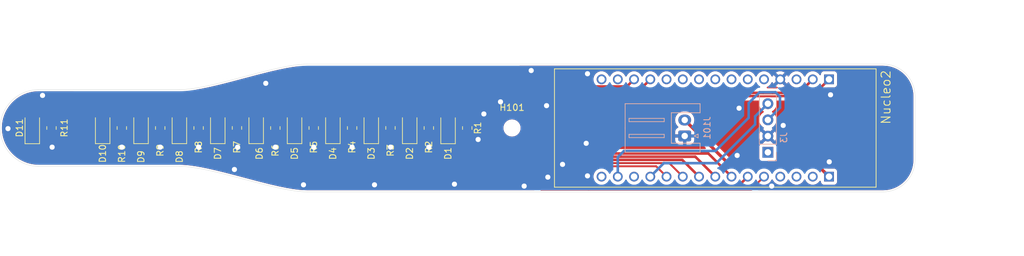
<source format=kicad_pcb>
(kicad_pcb (version 20241229) (generator "pcbnew") (generator_version "9.0")
  (layers (0 "F.Cu" signal) (2 "B.Cu" signal) (13 "F.Paste" user) (15 "B.Paste" user) (5 "F.SilkS" user "F.Silkscreen") (7 "B.SilkS" user "B.Silkscreen") (1 "F.Mask" user) (3 "B.Mask" user) (25 "Edge.Cuts" user))
  (net 0 "")
  (net 1 "Net-(D1-A)")
  (net 2 "GND")
  (net 3 "Net-(D2-A)")
  (net 4 "Net-(D3-A)")
  (net 5 "Net-(D4-A)")
  (net 6 "Net-(D5-A)")
  (net 7 "Net-(D6-A)")
  (net 8 "Net-(D7-A)")
  (net 9 "Net-(D8-A)")
  (net 10 "Net-(D9-A)")
  (net 11 "Net-(D10-A)")
  (net 12 "Net-(D11-A)")
  (net 13 "LED 1")
  (net 14 "LED 2")
  (net 15 "LED 3")
  (net 16 "LED 4")
  (net 17 "LED 5")
  (net 18 "LED 6")
  (net 19 "LED 7")
  (net 20 "LED 8")
  (net 21 "LED 9")
  (net 22 "LED 10")
  (net 23 "LED 11")
  (net 25 "DO")
  (net 26 "Alim Hall")
  (net 41 "+7.5V")
  (footprint "LED_SMD:LED_1206_3216Metric_Pad1.42x1.75mm_HandSolder" (layer "F.Cu") (at 114 69.9875 90)
    (property "Reference" "D2" (at -4.0125 0 90) (layer "F.SilkS"))
    (property "Value" "LED")
    (fp_line (start 1.6 -1.135) (end -2.46 -1.135) (stroke (width 0.12)) (layer "F.SilkS"))
    (fp_line (start -2.46 -1.135) (end -2.46 1.135) (stroke (width 0.12)) (layer "F.SilkS"))
    (fp_line (start -2.46 1.135) (end 1.6 1.135) (stroke (width 0.12)) (layer "F.SilkS"))
    (pad "1" smd roundrect (at -1.4875 0 90) (size 1.425 1.75) (layers "F.Cu" "F.Mask" "F.Paste") (roundrect_rratio 0.175439) (net 2 "GND"))
    (pad "2" smd roundrect (at 1.4875 0 90) (size 1.425 1.75) (layers "F.Cu" "F.Mask" "F.Paste") (roundrect_rratio 0.175439) (net 3 "Net-(D2-A)"))
  )
  (footprint "LED_SMD:LED_1206_3216Metric_Pad1.42x1.75mm_HandSolder" (layer "F.Cu") (at 102 69.9875 90)
    (property "Reference" "D4" (at -4.0125 0 90) (layer "F.SilkS"))
    (property "Value" "LED")
    (fp_line (start 1.6 -1.135) (end -2.46 -1.135) (stroke (width 0.12)) (layer "F.SilkS"))
    (fp_line (start -2.46 -1.135) (end -2.46 1.135) (stroke (width 0.12)) (layer "F.SilkS"))
    (fp_line (start -2.46 1.135) (end 1.6 1.135) (stroke (width 0.12)) (layer "F.SilkS"))
    (pad "1" smd roundrect (at -1.4875 0 90) (size 1.425 1.75) (layers "F.Cu" "F.Mask" "F.Paste") (roundrect_rratio 0.175439) (net 2 "GND"))
    (pad "2" smd roundrect (at 1.4875 0 90) (size 1.425 1.75) (layers "F.Cu" "F.Mask" "F.Paste") (roundrect_rratio 0.175439) (net 5 "Net-(D4-A)"))
  )
  (footprint "LED_SMD:LED_1206_3216Metric_Pad1.42x1.75mm_HandSolder" (layer "F.Cu") (at 66 69.9875 90)
    (property "Reference" "D10" (at -4.0125 0 90) (layer "F.SilkS"))
    (property "Value" "LED")
    (fp_line (start 1.6 -1.135) (end -2.46 -1.135) (stroke (width 0.12)) (layer "F.SilkS"))
    (fp_line (start -2.46 -1.135) (end -2.46 1.135) (stroke (width 0.12)) (layer "F.SilkS"))
    (fp_line (start -2.46 1.135) (end 1.6 1.135) (stroke (width 0.12)) (layer "F.SilkS"))
    (pad "1" smd roundrect (at -1.4875 0 90) (size 1.425 1.75) (layers "F.Cu" "F.Mask" "F.Paste") (roundrect_rratio 0.175439) (net 2 "GND"))
    (pad "2" smd roundrect (at 1.4875 0 90) (size 1.425 1.75) (layers "F.Cu" "F.Mask" "F.Paste") (roundrect_rratio 0.175439) (net 11 "Net-(D10-A)"))
  )
  (footprint "LED_SMD:LED_1206_3216Metric_Pad1.42x1.75mm_HandSolder" (layer "F.Cu") (at 84 69.9875 90)
    (property "Reference" "D7" (at -4.0125 0 90) (layer "F.SilkS"))
    (property "Value" "LED")
    (fp_line (start 1.6 -1.135) (end -2.46 -1.135) (stroke (width 0.12)) (layer "F.SilkS"))
    (fp_line (start -2.46 -1.135) (end -2.46 1.135) (stroke (width 0.12)) (layer "F.SilkS"))
    (fp_line (start -2.46 1.135) (end 1.6 1.135) (stroke (width 0.12)) (layer "F.SilkS"))
    (pad "1" smd roundrect (at -1.4875 0 90) (size 1.425 1.75) (layers "F.Cu" "F.Mask" "F.Paste") (roundrect_rratio 0.175439) (net 2 "GND"))
    (pad "2" smd roundrect (at 1.4875 0 90) (size 1.425 1.75) (layers "F.Cu" "F.Mask" "F.Paste") (roundrect_rratio 0.175439) (net 8 "Net-(D7-A)"))
  )
  (footprint "LED_SMD:LED_1206_3216Metric_Pad1.42x1.75mm_HandSolder" (layer "F.Cu") (at 78 69.9875 90)
    (property "Reference" "D8" (at -4.5125 0 90) (layer "F.SilkS"))
    (property "Value" "LED")
    (fp_line (start 1.6 -1.135) (end -2.46 -1.135) (stroke (width 0.12)) (layer "F.SilkS"))
    (fp_line (start -2.46 -1.135) (end -2.46 1.135) (stroke (width 0.12)) (layer "F.SilkS"))
    (fp_line (start -2.46 1.135) (end 1.6 1.135) (stroke (width 0.12)) (layer "F.SilkS"))
    (pad "1" smd roundrect (at -1.4875 0 90) (size 1.425 1.75) (layers "F.Cu" "F.Mask" "F.Paste") (roundrect_rratio 0.175439) (net 2 "GND"))
    (pad "2" smd roundrect (at 1.4875 0 90) (size 1.425 1.75) (layers "F.Cu" "F.Mask" "F.Paste") (roundrect_rratio 0.175439) (net 9 "Net-(D8-A)"))
  )
  (footprint "LED_SMD:LED_1206_3216Metric_Pad1.42x1.75mm_HandSolder" (layer "F.Cu") (at 120 70 90)
    (property "Reference" "D1" (at -4 0 90) (layer "F.SilkS"))
    (property "Value" "LED")
    (fp_line (start 1.6 -1.135) (end -2.46 -1.135) (stroke (width 0.12)) (layer "F.SilkS"))
    (fp_line (start -2.46 -1.135) (end -2.46 1.135) (stroke (width 0.12)) (layer "F.SilkS"))
    (fp_line (start -2.46 1.135) (end 1.6 1.135) (stroke (width 0.12)) (layer "F.SilkS"))
    (pad "1" smd roundrect (at -1.4875 0 90) (size 1.425 1.75) (layers "F.Cu" "F.Mask" "F.Paste") (roundrect_rratio 0.175439) (net 2 "GND"))
    (pad "2" smd roundrect (at 1.4875 0 90) (size 1.425 1.75) (layers "F.Cu" "F.Mask" "F.Paste") (roundrect_rratio 0.175439) (net 1 "Net-(D1-A)"))
  )
  (footprint "Resistor_SMD:R_0805_2012Metric_Pad1.20x1.40mm_HandSolder" (layer "F.Cu") (at 69 70 -90)
    (property "Reference" "R10" (at 4 0 90) (layer "F.SilkS"))
    (property "Value" "220")
    (fp_line (start -0.227064 0.735) (end 0.227064 0.735) (stroke (width 0.12)) (layer "F.SilkS"))
    (fp_line (start -0.227064 -0.735) (end 0.227064 -0.735) (stroke (width 0.12)) (layer "F.SilkS"))
    (pad "1" smd roundrect (at -1 0 270) (size 1.2 1.4) (layers "F.Cu" "F.Mask" "F.Paste") (roundrect_rratio 0.208333) (net 22 "LED 10"))
    (pad "2" smd roundrect (at 1 0 270) (size 1.2 1.4) (layers "F.Cu" "F.Mask" "F.Paste") (roundrect_rratio 0.208333) (net 11 "Net-(D10-A)"))
  )
  (footprint "LED_SMD:LED_1206_3216Metric_Pad1.42x1.75mm_HandSolder" (layer "F.Cu") (at 108 69.9875 90)
    (property "Reference" "D3" (at -4.0125 0 90) (layer "F.SilkS"))
    (property "Value" "LED")
    (fp_line (start 1.6 -1.135) (end -2.46 -1.135) (stroke (width 0.12)) (layer "F.SilkS"))
    (fp_line (start -2.46 -1.135) (end -2.46 1.135) (stroke (width 0.12)) (layer "F.SilkS"))
    (fp_line (start -2.46 1.135) (end 1.6 1.135) (stroke (width 0.12)) (layer "F.SilkS"))
    (pad "1" smd roundrect (at -1.4875 0 90) (size 1.425 1.75) (layers "F.Cu" "F.Mask" "F.Paste") (roundrect_rratio 0.175439) (net 2 "GND"))
    (pad "2" smd roundrect (at 1.4875 0 90) (size 1.425 1.75) (layers "F.Cu" "F.Mask" "F.Paste") (roundrect_rratio 0.175439) (net 4 "Net-(D3-A)"))
  )
  (footprint "Resistor_SMD:R_0805_2012Metric_Pad1.20x1.40mm_HandSolder" (layer "F.Cu") (at 99 70 -90)
    (property "Reference" "R5" (at 3 0 90) (layer "F.SilkS"))
    (property "Value" "220")
    (fp_line (start -0.227064 0.735) (end 0.227064 0.735) (stroke (width 0.12)) (layer "F.SilkS"))
    (fp_line (start -0.227064 -0.735) (end 0.227064 -0.735) (stroke (width 0.12)) (layer "F.SilkS"))
    (pad "1" smd roundrect (at -1 0 270) (size 1.2 1.4) (layers "F.Cu" "F.Mask" "F.Paste") (roundrect_rratio 0.208333) (net 17 "LED 5"))
    (pad "2" smd roundrect (at 1 0 270) (size 1.2 1.4) (layers "F.Cu" "F.Mask" "F.Paste") (roundrect_rratio 0.208333) (net 6 "Net-(D5-A)"))
  )
  (footprint "Resistor_SMD:R_0805_2012Metric_Pad1.20x1.40mm_HandSolder" (layer "F.Cu") (at 93 70 -90)
    (property "Reference" "R6" (at 3.5 0 90) (layer "F.SilkS"))
    (property "Value" "220")
    (fp_line (start -0.227064 0.735) (end 0.227064 0.735) (stroke (width 0.12)) (layer "F.SilkS"))
    (fp_line (start -0.227064 -0.735) (end 0.227064 -0.735) (stroke (width 0.12)) (layer "F.SilkS"))
    (pad "1" smd roundrect (at -1 0 270) (size 1.2 1.4) (layers "F.Cu" "F.Mask" "F.Paste") (roundrect_rratio 0.208333) (net 18 "LED 6"))
    (pad "2" smd roundrect (at 1 0 270) (size 1.2 1.4) (layers "F.Cu" "F.Mask" "F.Paste") (roundrect_rratio 0.208333) (net 7 "Net-(D6-A)"))
  )
  (footprint "Resistor_SMD:R_0805_2012Metric_Pad1.20x1.40mm_HandSolder" (layer "F.Cu") (at 123 70 -90)
    (property "Reference" "R1" (at 0 -1.65 90) (layer "F.SilkS"))
    (property "Value" "220")
    (fp_line (start -0.227064 0.735) (end 0.227064 0.735) (stroke (width 0.12)) (layer "F.SilkS"))
    (fp_line (start -0.227064 -0.735) (end 0.227064 -0.735) (stroke (width 0.12)) (layer "F.SilkS"))
    (pad "1" smd roundrect (at -1 0 270) (size 1.2 1.4) (layers "F.Cu" "F.Mask" "F.Paste") (roundrect_rratio 0.208333) (net 13 "LED 1"))
    (pad "2" smd roundrect (at 1 0 270) (size 1.2 1.4) (layers "F.Cu" "F.Mask" "F.Paste") (roundrect_rratio 0.208333) (net 1 "Net-(D1-A)"))
  )
  (footprint "Resistor_SMD:R_0805_2012Metric_Pad1.20x1.40mm_HandSolder" (layer "F.Cu") (at 58 70 -90)
    (property "Reference" "R11" (at 0 -2 90) (layer "F.SilkS"))
    (property "Value" "220")
    (fp_line (start -0.227064 0.735) (end 0.227064 0.735) (stroke (width 0.12)) (layer "F.SilkS"))
    (fp_line (start -0.227064 -0.735) (end 0.227064 -0.735) (stroke (width 0.12)) (layer "F.SilkS"))
    (pad "1" smd roundrect (at -1 0 270) (size 1.2 1.4) (layers "F.Cu" "F.Mask" "F.Paste") (roundrect_rratio 0.208333) (net 23 "LED 11"))
    (pad "2" smd roundrect (at 1 0 270) (size 1.2 1.4) (layers "F.Cu" "F.Mask" "F.Paste") (roundrect_rratio 0.208333) (net 12 "Net-(D11-A)"))
  )
  (footprint "Resistor_SMD:R_0805_2012Metric_Pad1.20x1.40mm_HandSolder" (layer "F.Cu") (at 105 70 -90)
    (property "Reference" "R4" (at 3 0 90) (layer "F.SilkS"))
    (property "Value" "220")
    (fp_line (start -0.227064 0.735) (end 0.227064 0.735) (stroke (width 0.12)) (layer "F.SilkS"))
    (fp_line (start -0.227064 -0.735) (end 0.227064 -0.735) (stroke (width 0.12)) (layer "F.SilkS"))
    (pad "1" smd roundrect (at -1 0 270) (size 1.2 1.4) (layers "F.Cu" "F.Mask" "F.Paste") (roundrect_rratio 0.208333) (net 16 "LED 4"))
    (pad "2" smd roundrect (at 1 0 270) (size 1.2 1.4) (layers "F.Cu" "F.Mask" "F.Paste") (roundrect_rratio 0.208333) (net 5 "Net-(D4-A)"))
  )
  (footprint "Resistor_SMD:R_0805_2012Metric_Pad1.20x1.40mm_HandSolder" (layer "F.Cu") (at 75 70 -90)
    (property "Reference" "R9" (at 3.5 0 90) (layer "F.SilkS"))
    (property "Value" "220")
    (fp_line (start -0.227064 0.735) (end 0.227064 0.735) (stroke (width 0.12)) (layer "F.SilkS"))
    (fp_line (start -0.227064 -0.735) (end 0.227064 -0.735) (stroke (width 0.12)) (layer "F.SilkS"))
    (pad "1" smd roundrect (at -1 0 270) (size 1.2 1.4) (layers "F.Cu" "F.Mask" "F.Paste") (roundrect_rratio 0.208333) (net 21 "LED 9"))
    (pad "2" smd roundrect (at 1 0 270) (size 1.2 1.4) (layers "F.Cu" "F.Mask" "F.Paste") (roundrect_rratio 0.208333) (net 10 "Net-(D9-A)"))
  )
  (footprint "MountingHole:MountingHole_2.2mm_M2" (layer "F.Cu") (at 130 70)
    (property "Reference" "H101" (at 0 -3.2 0) (layer "F.SilkS"))
    (property "Value" "MountingHole")
    (pad "" np_thru_hole circle (at 0 0) (size 2.2 2.2) (drill 2.2) (layers "*.Cu" "*.Mask"))
  )
  (footprint "Resistor_SMD:R_0805_2012Metric_Pad1.20x1.40mm_HandSolder" (layer "F.Cu") (at 111 69.9875 -90)
    (property "Reference" "R3" (at 3.5125 0 90) (layer "F.SilkS"))
    (property "Value" "220")
    (fp_line (start -0.227064 0.735) (end 0.227064 0.735) (stroke (width 0.12)) (layer "F.SilkS"))
    (fp_line (start -0.227064 -0.735) (end 0.227064 -0.735) (stroke (width 0.12)) (layer "F.SilkS"))
    (pad "1" smd roundrect (at -1 0 270) (size 1.2 1.4) (layers "F.Cu" "F.Mask" "F.Paste") (roundrect_rratio 0.208333) (net 15 "LED 3"))
    (pad "2" smd roundrect (at 1 0 270) (size 1.2 1.4) (layers "F.Cu" "F.Mask" "F.Paste") (roundrect_rratio 0.208333) (net 4 "Net-(D3-A)"))
  )
  (footprint "LED_SMD:LED_1206_3216Metric_Pad1.42x1.75mm_HandSolder" (layer "F.Cu") (at 72 69.9875 90)
    (property "Reference" "D9" (at -4.5125 0 90) (layer "F.SilkS"))
    (property "Value" "LED")
    (fp_line (start 1.6 -1.135) (end -2.46 -1.135) (stroke (width 0.12)) (layer "F.SilkS"))
    (fp_line (start -2.46 -1.135) (end -2.46 1.135) (stroke (width 0.12)) (layer "F.SilkS"))
    (fp_line (start -2.46 1.135) (end 1.6 1.135) (stroke (width 0.12)) (layer "F.SilkS"))
    (pad "1" smd roundrect (at -1.4875 0 90) (size 1.425 1.75) (layers "F.Cu" "F.Mask" "F.Paste") (roundrect_rratio 0.175439) (net 2 "GND"))
    (pad "2" smd roundrect (at 1.4875 0 90) (size 1.425 1.75) (layers "F.Cu" "F.Mask" "F.Paste") (roundrect_rratio 0.175439) (net 10 "Net-(D9-A)"))
  )
  (footprint "LED_SMD:LED_1206_3216Metric_Pad1.42x1.75mm_HandSolder" (layer "F.Cu") (at 55 70 90)
    (property "Reference" "D11" (at 0 -2 90) (layer "F.SilkS"))
    (property "Value" "LED")
    (fp_line (start 1.6 -1.135) (end -2.46 -1.135) (stroke (width 0.12)) (layer "F.SilkS"))
    (fp_line (start -2.46 -1.135) (end -2.46 1.135) (stroke (width 0.12)) (layer "F.SilkS"))
    (fp_line (start -2.46 1.135) (end 1.6 1.135) (stroke (width 0.12)) (layer "F.SilkS"))
    (pad "1" smd roundrect (at -1.4875 0 90) (size 1.425 1.75) (layers "F.Cu" "F.Mask" "F.Paste") (roundrect_rratio 0.175439) (net 2 "GND"))
    (pad "2" smd roundrect (at 1.4875 0 90) (size 1.425 1.75) (layers "F.Cu" "F.Mask" "F.Paste") (roundrect_rratio 0.175439) (net 12 "Net-(D11-A)"))
  )
  (footprint "Resistor_SMD:R_0805_2012Metric_Pad1.20x1.40mm_HandSolder" (layer "F.Cu") (at 117 70 -90)
    (property "Reference" "R2" (at 3 0 90) (layer "F.SilkS"))
    (property "Value" "220")
    (fp_line (start -0.227064 0.735) (end 0.227064 0.735) (stroke (width 0.12)) (layer "F.SilkS"))
    (fp_line (start -0.227064 -0.735) (end 0.227064 -0.735) (stroke (width 0.12)) (layer "F.SilkS"))
    (pad "1" smd roundrect (at -1 0 270) (size 1.2 1.4) (layers "F.Cu" "F.Mask" "F.Paste") (roundrect_rratio 0.208333) (net 14 "LED 2"))
    (pad "2" smd roundrect (at 1 0 270) (size 1.2 1.4) (layers "F.Cu" "F.Mask" "F.Paste") (roundrect_rratio 0.208333) (net 3 "Net-(D2-A)"))
  )
  (footprint "LED_SMD:LED_1206_3216Metric_Pad1.42x1.75mm_HandSolder" (layer "F.Cu") (at 90 69.9875 90)
    (property "Reference" "D6" (at -4.0125 0.5 90) (layer "F.SilkS"))
    (property "Value" "LED")
    (fp_line (start 1.6 -1.135) (end -2.46 -1.135) (stroke (width 0.12)) (layer "F.SilkS"))
    (fp_line (start -2.46 -1.135) (end -2.46 1.135) (stroke (width 0.12)) (layer "F.SilkS"))
    (fp_line (start -2.46 1.135) (end 1.6 1.135) (stroke (width 0.12)) (layer "F.SilkS"))
    (pad "1" smd roundrect (at -1.4875 0 90) (size 1.425 1.75) (layers "F.Cu" "F.Mask" "F.Paste") (roundrect_rratio 0.175439) (net 2 "GND"))
    (pad "2" smd roundrect (at 1.4875 0 90) (size 1.425 1.75) (layers "F.Cu" "F.Mask" "F.Paste") (roundrect_rratio 0.175439) (net 7 "Net-(D6-A)"))
  )
  (footprint "Resistor_SMD:R_0805_2012Metric_Pad1.20x1.40mm_HandSolder" (layer "F.Cu") (at 81 70 -90)
    (property "Reference" "R8" (at 3 0 90) (layer "F.SilkS"))
    (property "Value" "220")
    (fp_line (start -0.227064 0.735) (end 0.227064 0.735) (stroke (width 0.12)) (layer "F.SilkS"))
    (fp_line (start -0.227064 -0.735) (end 0.227064 -0.735) (stroke (width 0.12)) (layer "F.SilkS"))
    (pad "1" smd roundrect (at -1 0 270) (size 1.2 1.4) (layers "F.Cu" "F.Mask" "F.Paste") (roundrect_rratio 0.208333) (net 20 "LED 8"))
    (pad "2" smd roundrect (at 1 0 270) (size 1.2 1.4) (layers "F.Cu" "F.Mask" "F.Paste") (roundrect_rratio 0.208333) (net 9 "Net-(D8-A)"))
  )
  (footprint "LED_SMD:LED_1206_3216Metric_Pad1.42x1.75mm_HandSolder" (layer "F.Cu") (at 96 69.9875 90)
    (property "Reference" "D5" (at -4.0125 0 90) (layer "F.SilkS"))
    (property "Value" "LED")
    (fp_line (start 1.6 -1.135) (end -2.46 -1.135) (stroke (width 0.12)) (layer "F.SilkS"))
    (fp_line (start -2.46 -1.135) (end -2.46 1.135) (stroke (width 0.12)) (layer "F.SilkS"))
    (fp_line (start -2.46 1.135) (end 1.6 1.135) (stroke (width 0.12)) (layer "F.SilkS"))
    (pad "1" smd roundrect (at -1.4875 0 90) (size 1.425 1.75) (layers "F.Cu" "F.Mask" "F.Paste") (roundrect_rratio 0.175439) (net 2 "GND"))
    (pad "2" smd roundrect (at 1.4875 0 90) (size 1.425 1.75) (layers "F.Cu" "F.Mask" "F.Paste") (roundrect_rratio 0.175439) (net 6 "Net-(D5-A)"))
  )
  (footprint "Maker_librairy:MODULE_NUCLEO-F303K8" (layer "F.Cu") (at 161.78 70 -90)
    (property "Reference" "Nucleo2" (at -4.81314 -26.68421 90) (layer "F.SilkS") (effects (font (size 1.402378 1.402378))))
    (property "Value" "~")
    (fp_line (start -9.27 25.145) (end -9.27 -25.145) (stroke (width 0.127)) (layer "F.SilkS"))
    (fp_line (start 9.27 25.145) (end -9.27 25.145) (stroke (width 0.127)) (layer "F.SilkS"))
    (fp_line (start -9.27 -25.145) (end 9.27 -25.145) (stroke (width 0.127)) (layer "F.SilkS"))
    (fp_line (start 9.27 -25.145) (end 9.27 25.145) (stroke (width 0.127)) (layer "F.SilkS"))
    (pad "3_1" thru_hole rect (at -7.62 -17.78 270) (size 1.53 1.53) (drill 1.02) (layers "*.Cu" "*.Mask") (net 20 "LED 8"))
    (pad "3_2" thru_hole circle (at -7.62 -15.24 270) (size 1.53 1.53) (drill 1.02) (layers "*.Cu" "*.Mask") (net 21 "LED 9"))
    (pad "3_3" thru_hole circle (at -7.62 -12.7 270) (size 1.53 1.53) (drill 1.02) (layers "*.Cu" "*.Mask"))
    (pad "3_4" thru_hole circle (at -7.62 -10.16 270) (size 1.53 1.53) (drill 1.02) (layers "*.Cu" "*.Mask") (net 2 "GND"))
    (pad "3_5" thru_hole circle (at -7.62 -7.62 270) (size 1.53 1.53) (drill 1.02) (layers "*.Cu" "*.Mask"))
    (pad "3_6" thru_hole circle (at -7.62 -5.08 270) (size 1.53 1.53) (drill 1.02) (layers "*.Cu" "*.Mask"))
    (pad "3_7" thru_hole circle (at -7.62 -2.54 270) (size 1.53 1.53) (drill 1.02) (layers "*.Cu" "*.Mask"))
    (pad "3_8" thru_hole circle (at -7.62 0 270) (size 1.53 1.53) (drill 1.02) (layers "*.Cu" "*.Mask"))
    (pad "3_9" thru_hole circle (at -7.62 2.54 270) (size 1.53 1.53) (drill 1.02) (layers "*.Cu" "*.Mask"))
    (pad "3_10" thru_hole circle (at -7.62 5.08 270) (size 1.53 1.53) (drill 1.02) (layers "*.Cu" "*.Mask"))
    (pad "3_11" thru_hole circle (at -7.62 7.62 270) (size 1.53 1.53) (drill 1.02) (layers "*.Cu" "*.Mask"))
    (pad "3_12" thru_hole circle (at -7.62 10.16 270) (size 1.53 1.53) (drill 1.02) (layers "*.Cu" "*.Mask") (net 22 "LED 10"))
    (pad "3_13" thru_hole circle (at -7.62 12.7 270) (size 1.53 1.53) (drill 1.02) (layers "*.Cu" "*.Mask") (net 23 "LED 11"))
    (pad "3_14" thru_hole circle (at -7.62 15.24 270) (size 1.53 1.53) (drill 1.02) (layers "*.Cu" "*.Mask"))
    (pad "3_15" thru_hole circle (at -7.62 17.78 270) (size 1.53 1.53) (drill 1.02) (layers "*.Cu" "*.Mask"))
    (pad "4_1" thru_hole rect (at 7.62 -17.78 270) (size 1.53 1.53) (drill 1.02) (layers "*.Cu" "*.Mask") (net 41 "+7.5V"))
    (pad "4_2" thru_hole circle (at 7.62 -15.24 270) (size 1.53 1.53) (drill 1.02) (layers "*.Cu" "*.Mask"))
    (pad "4_3" thru_hole circle (at 7.62 -12.7 270) (size 1.53 1.53) (drill 1.02) (layers "*.Cu" "*.Mask"))
    (pad "4_4" thru_hole circle (at 7.62 -10.16 270) (size 1.53 1.53) (drill 1.02) (layers "*.Cu" "*.Mask"))
    (pad "4_5" thru_hole circle (at 7.62 -7.62 270) (size 1.53 1.53) (drill 1.02) (layers "*.Cu" "*.Mask") (net 13 "LED 1"))
    (pad "4_6" thru_hole circle (at 7.62 -5.08 270) (size 1.53 1.53) (drill 1.02) (layers "*.Cu" "*.Mask") (net 14 "LED 2"))
    (pad "4_7" thru_hole circle (at 7.62 -2.54 270) (size 1.53 1.53) (drill 1.02) (layers "*.Cu" "*.Mask") (net 19 "LED 7"))
    (pad "4_8" thru_hole circle (at 7.62 0 270) (size 1.53 1.53) (drill 1.02) (layers "*.Cu" "*.Mask") (net 18 "LED 6"))
    (pad "4_9" thru_hole circle (at 7.62 2.54 270) (size 1.53 1.53) (drill 1.02) (layers "*.Cu" "*.Mask") (net 17 "LED 5"))
    (pad "4_10" thru_hole circle (at 7.62 5.08 270) (size 1.53 1.53) (drill 1.02) (layers "*.Cu" "*.Mask") (net 16 "LED 4"))
    (pad "4_11" thru_hole circle (at 7.62 7.62 270) (size 1.53 1.53) (drill 1.02) (layers "*.Cu" "*.Mask") (net 15 "LED 3"))
    (pad "4_12" thru_hole circle (at 7.62 10.16 270) (size 1.53 1.53) (drill 1.02) (layers "*.Cu" "*.Mask") (net 25 "DO"))
    (pad "4_13" thru_hole circle (at 7.62 12.7 270) (size 1.53 1.53) (drill 1.02) (layers "*.Cu" "*.Mask"))
    (pad "4_14" thru_hole circle (at 7.62 15.24 270) (size 1.53 1.53) (drill 1.02) (layers "*.Cu" "*.Mask") (net 26 "Alim Hall"))
    (pad "4_15" thru_hole circle (at 7.62 17.78 270) (size 1.53 1.53) (drill 1.02) (layers "*.Cu" "*.Mask"))
  )
  (footprint "Resistor_SMD:R_0805_2012Metric_Pad1.20x1.40mm_HandSolder" (layer "F.Cu") (at 87 69.9875 -90)
    (property "Reference" "R7" (at 3.0125 0 90) (layer "F.SilkS"))
    (property "Value" "220")
    (fp_line (start -0.227064 0.735) (end 0.227064 0.735) (stroke (width 0.12)) (layer "F.SilkS"))
    (fp_line (start -0.227064 -0.735) (end 0.227064 -0.735) (stroke (width 0.12)) (layer "F.SilkS"))
    (pad "1" smd roundrect (at -1 0 270) (size 1.2 1.4) (layers "F.Cu" "F.Mask" "F.Paste") (roundrect_rratio 0.208333) (net 19 "LED 7"))
    (pad "2" smd roundrect (at 1 0 270) (size 1.2 1.4) (layers "F.Cu" "F.Mask" "F.Paste") (roundrect_rratio 0.208333) (net 8 "Net-(D7-A)"))
  )
  (footprint "Connector_JST:JST_XH_S2B-XH-A_1x02_P2.50mm_Horizontal" (layer "B.Cu") (at 157 71.25 90)
    (property "Reference" "J101" (at 1.25 3.51 90) (layer "B.SilkS") (effects (justify mirror)))
    (property "Value" "Conn_01x02")
    (fp_line (start 5.06 -9.31) (end 5.06 2.41) (stroke (width 0.12)) (layer "B.SilkS"))
    (fp_line (start 1.25 -9.31) (end 5.06 -9.31) (stroke (width 0.12)) (layer "B.SilkS"))
    (fp_line (start 1.25 -9.31) (end -2.56 -9.31) (stroke (width 0.12)) (layer "B.SilkS"))
    (fp_line (start -2.56 -9.31) (end -2.56 2.41) (stroke (width 0.12)) (layer "B.SilkS"))
    (fp_line (start 2.75 -8.7) (end 2.75 -3.2) (stroke (width 0.12)) (layer "B.SilkS"))
    (fp_line (start 2.25 -8.7) (end 2.75 -8.7) (stroke (width 0.12)) (layer "B.SilkS"))
    (fp_line (start 0.25 -8.7) (end 0.25 -3.2) (stroke (width 0.12)) (layer "B.SilkS"))
    (fp_line (start -0.25 -8.7) (end 0.25 -8.7) (stroke (width 0.12)) (layer "B.SilkS"))
    (fp_line (start 2.75 -3.2) (end 2.25 -3.2) (stroke (width 0.12)) (layer "B.SilkS"))
    (fp_line (start 2.25 -3.2) (end 2.25 -8.7) (stroke (width 0.12)) (layer "B.SilkS"))
    (fp_line (start 0.25 -3.2) (end -0.25 -3.2) (stroke (width 0.12)) (layer "B.SilkS"))
    (fp_line (start -0.25 -3.2) (end -0.25 -8.7) (stroke (width 0.12)) (layer "B.SilkS"))
    (fp_line (start 3.64 -2.09) (end 1.25 -2.09) (stroke (width 0.12)) (layer "B.SilkS"))
    (fp_line (start -1.14 -2.09) (end 1.25 -2.09) (stroke (width 0.12)) (layer "B.SilkS"))
    (fp_line (start 0 1.5) (end -0.3 2.1) (stroke (width 0.12)) (layer "B.SilkS"))
    (fp_line (start 0.3 2.1) (end 0 1.5) (stroke (width 0.12)) (layer "B.SilkS"))
    (fp_line (start -0.3 2.1) (end 0.3 2.1) (stroke (width 0.12)) (layer "B.SilkS"))
    (fp_line (start 5.06 2.41) (end 3.64 2.41) (stroke (width 0.12)) (layer "B.SilkS"))
    (fp_line (start 3.64 2.41) (end 3.64 -2.09) (stroke (width 0.12)) (layer "B.SilkS"))
    (fp_line (start -1.14 2.41) (end -1.14 -2.09) (stroke (width 0.12)) (layer "B.SilkS"))
    (fp_line (start -2.56 2.41) (end -1.14 2.41) (stroke (width 0.12)) (layer "B.SilkS"))
    (pad "1" thru_hole roundrect (at 0 0 90) (size 1.7 2) (drill 1) (layers "*.Cu" "*.Mask") (roundrect_rratio 0.147059) (net 2 "GND"))
    (pad "2" thru_hole oval (at 2.5 0 90) (size 1.7 2) (drill 1) (layers "*.Cu" "*.Mask") (net 41 "+7.5V"))
  )
  (footprint "Connector_PinSocket_2.54mm:PinSocket_1x04_P2.54mm_Vertical" (layer "B.Cu") (at 170 73.81)
    (property "Reference" "J3" (at 2.5 -2.31 90) (layer "B.SilkS") (effects (justify mirror)))
    (property "Value" "Conn_01x04_Socket")
    (fp_line (start -1.33 -8.95) (end 1.33 -8.95) (stroke (width 0.12)) (layer "B.SilkS"))
    (fp_line (start -1.33 -1.27) (end -1.33 -8.95) (stroke (width 0.12)) (layer "B.SilkS"))
    (fp_line (start -1.33 -1.27) (end 1.33 -1.27) (stroke (width 0.12)) (layer "B.SilkS"))
    (fp_line (start 0 1.33) (end 1.33 1.33) (stroke (width 0.12)) (layer "B.SilkS"))
    (fp_line (start 1.33 -1.27) (end 1.33 -8.95) (stroke (width 0.12)) (layer "B.SilkS"))
    (fp_line (start 1.33 1.33) (end 1.33 0) (stroke (width 0.12)) (layer "B.SilkS"))
    (pad "1" thru_hole rect (at 0 0) (size 1.7 1.7) (drill 1) (layers "*.Cu" "*.Mask"))
    (pad "2" thru_hole circle (at 0 -2.54) (size 1.7 1.7) (drill 1) (layers "*.Cu" "*.Mask") (net 2 "GND"))
    (pad "3" thru_hole circle (at 0 -5.08) (size 1.7 1.7) (drill 1) (layers "*.Cu" "*.Mask") (net 26 "Alim Hall"))
    (pad "4" thru_hole circle (at 0 -7.62) (size 1.7 1.7) (drill 1) (layers "*.Cu" "*.Mask") (net 25 "DO"))
  )
  (gr_arc (start 56 76) (mid 50 70) (end 56 64) (stroke (width 0.05)) (layer "Edge.Cuts"))
  (gr_arc (start 193 75) (mid 191.535534 78.535534) (end 188 80) (stroke (width 0.05)) (layer "Edge.Cuts"))
  (gr_line (start 188 80) (end 98 80) (stroke (width 0.05)) (layer "Edge.Cuts"))
  (gr_curve (pts (xy 98 80) (xy 93 80) (xy 83 76) (xy 78 76)) (stroke (width 0.05)) (layer "Edge.Cuts"))
  (gr_curve (pts (xy 98 60) (xy 93 60) (xy 83 64) (xy 78 64)) (stroke (width 0.05)) (layer "Edge.Cuts"))
  (gr_line (start 56 64) (end 78 64) (stroke (width 0.05)) (layer "Edge.Cuts"))
  (gr_line (start 188 60.000001) (end 98 60) (stroke (width 0.05)) (layer "Edge.Cuts"))
  (gr_line (start 56 76) (end 78 76) (stroke (width 0.05)) (layer "Edge.Cuts"))
  (gr_arc (start 188 60) (mid 191.535534 61.464466) (end 193 65) (stroke (width 0.05)) (layer "Edge.Cuts"))
  (gr_line (start 193 65) (end 193 75) (stroke (width 0.05)) (layer "Edge.Cuts"))
  (segment (start 123 71) (end 120 68) (width 0.3) (layer "F.Cu") (net 1))
  (via (at 75 73) (size 1.2) (drill 0.8) (layers "F.Cu" "B.Cu") (net 2))
  (via (at 51.2 70.1) (size 1.2) (drill 0.8) (layers "F.Cu" "B.Cu") (net 2))
  (via (at 165.5 66.9) (size 1.2) (drill 0.8) (layers "F.Cu" "B.Cu") (net 2))
  (via (at 93 73) (size 1.2) (drill 0.8) (layers "F.Cu" "B.Cu") (net 2))
  (via (at 141.8 61.5) (size 1.2) (drill 0.8) (layers "F.Cu" "B.Cu") (net 2))
  (via (at 97.4 78.9) (size 1.2) (drill 0.8) (layers "F.Cu" "B.Cu") (net 2))
  (via (at 81 73) (size 1.2) (drill 0.8) (layers "F.Cu" "B.Cu") (net 2))
  (via (at 58.1 73) (size 1.2) (drill 0.8) (layers "F.Cu" "B.Cu") (net 2))
  (via (at 131.9 79.1) (size 1.2) (drill 0.8) (layers "F.Cu" "B.Cu") (net 2))
  (via (at 69 73) (size 1.2) (drill 0.8) (layers "F.Cu" "B.Cu") (net 2))
  (via (at 56.6 64.9) (size 1.2) (drill 0.8) (layers "F.Cu" "B.Cu") (net 2))
  (via (at 135.4 66.5) (size 1.2) (drill 0.8) (layers "F.Cu" "B.Cu") (net 2))
  (via (at 125.6 67.8) (size 1.2) (drill 0.8) (layers "F.Cu" "B.Cu") (net 2))
  (via (at 179.6 75.3) (size 1.2) (drill 0.8) (layers "F.Cu" "B.Cu") (net 2))
  (via (at 179.8 64.8) (size 1.2) (drill 0.8) (layers "F.Cu" "B.Cu") (net 2))
  (via (at 99 73) (size 1.2) (drill 0.8) (layers "F.Cu" "B.Cu") (net 2))
  (via (at 105 73) (size 1.2) (drill 0.8) (layers "F.Cu" "B.Cu") (net 2))
  (via (at 87.1 73) (size 1.2) (drill 0.8) (layers "F.Cu" "B.Cu") (net 2))
  (via (at 137.9 75.7) (size 1.2) (drill 0.8) (layers "F.Cu" "B.Cu") (net 2))
  (via (at 91.5 63) (size 1.2) (drill 0.8) (layers "F.Cu" "B.Cu") (net 2))
  (via (at 135.6 77.7) (size 1.2) (drill 0.8) (layers "F.Cu" "B.Cu") (net 2))
  (via (at 165.2 74.3) (size 1.2) (drill 0.8) (layers "F.Cu" "B.Cu") (net 2))
  (via (at 170.6 79.1) (size 1.2) (drill 0.8) (layers "F.Cu" "B.Cu") (net 2))
  (via (at 128.2 65.9) (size 1.2) (drill 0.8) (layers "F.Cu" "B.Cu") (net 2))
  (via (at 86.6 76.5) (size 1.2) (drill 0.8) (layers "F.Cu" "B.Cu") (net 2))
  (via (at 117 73) (size 1.2) (drill 0.8) (layers "F.Cu" "B.Cu") (net 2))
  (via (at 141.8 77.5) (size 1.2) (drill 0.8) (layers "F.Cu" "B.Cu") (net 2))
  (via (at 111 73) (size 1.2) (drill 0.8) (layers "F.Cu" "B.Cu") (net 2))
  (via (at 124.7 71.8) (size 1.2) (drill 0.8) (layers "F.Cu" "B.Cu") (net 2))
  (via (at 141.6 72.4) (size 1.2) (drill 0.8) (layers "F.Cu" "B.Cu") (net 2))
  (via (at 121 78.8) (size 1.2) (drill 0.8) (layers "F.Cu" "B.Cu") (net 2))
  (via (at 108.5 78.9) (size 1.2) (drill 0.8) (layers "F.Cu" "B.Cu") (net 2))
  (via (at 133 61) (size 1.2) (drill 0.8) (layers "F.Cu" "B.Cu") (net 2))
  (via (at 172.4 69.6) (size 1.2) (drill 0.8) (layers "F.Cu" "B.Cu") (net 2))
  (segment (start 117 71) (end 114 68) (width 0.3) (layer "F.Cu") (net 3))
  (segment (start 111 70.9875) (end 108 67.9875) (width 0.3) (layer "F.Cu") (net 4))
  (segment (start 105 71) (end 102 68) (width 0.3) (layer "F.Cu") (net 5))
  (segment (start 99 71) (end 96 68) (width 0.4) (layer "F.Cu") (net 6))
  (segment (start 93 71) (end 90 68) (width 0.4) (layer "F.Cu") (net 7))
  (segment (start 87 70.9875) (end 84 67.9875) (width 0.4) (layer "F.Cu") (net 8))
  (segment (start 81 71) (end 78 68) (width 0.4) (layer "F.Cu") (net 9))
  (segment (start 75 71) (end 72 68) (width 0.4) (layer "F.Cu") (net 10))
  (segment (start 69 71) (end 66 68) (width 0.4) (layer "F.Cu") (net 11))
  (segment (start 58 71) (end 55 68) (width 0.4) (layer "F.Cu") (net 12))
  (segment (start 169.4 77.62) (end 167.421026 79.598974) (width 0.3) (layer "F.Cu") (net 13))
  (segment (start 167.421026 79.598974) (end 142 79.598985) (width 0.4) (layer "F.Cu") (net 13))
  (segment (start 134.598985 79.598985) (end 124 69) (width 0.4) (layer "F.Cu") (net 13))
  (segment (start 142 79.598985) (end 134.598985 79.598985) (width 0.4) (layer "F.Cu") (net 13))
  (segment (start 124 69) (end 123 69) (width 0.3) (layer "F.Cu") (net 13))
  (segment (start 118.501 67.499) (end 123.899 67.499) (width 0.4) (layer "F.Cu") (net 14))
  (segment (start 166.86 77.62) (end 165.382025 79.097975) (width 0.4) (layer "F.Cu") (net 14))
  (segment (start 143 79.097984) (end 135.4 79.097984) (width 0.4) (layer "F.Cu") (net 14))
  (segment (start 135.4 79) (end 135.4 79.097984) (width 0.2) (layer "F.Cu") (net 14))
  (segment (start 123.899 67.499) (end 135.4 79) (width 0.4) (layer "F.Cu") (net 14))
  (segment (start 165.382025 79.097975) (end 143 79.097984) (width 0.4) (layer "F.Cu") (net 14))
  (segment (start 117 69) (end 118.501 67.499) (width 0.4) (layer "F.Cu") (net 14))
  (segment (start 111 65.6) (end 111 68.9875) (width 0.3) (layer "F.Cu") (net 15))
  (segment (start 152.54 76) (end 140 76) (width 0.3) (layer "F.Cu") (net 15))
  (segment (start 140 76) (end 128.699 64.699) (width 0.3) (layer "F.Cu") (net 15))
  (segment (start 154.16 77.62) (end 152.54 76) (width 0.3) (layer "F.Cu") (net 15))
  (segment (start 128.699 64.699) (end 111.901 64.699) (width 0.3) (layer "F.Cu") (net 15))
  (segment (start 111.901 64.699) (end 111 65.6) (width 0.3) (layer "F.Cu") (net 15))
  (segment (start 106.002 64.198) (end 105 65.2) (width 0.3) (layer "F.Cu") (net 16))
  (segment (start 128.90652 64.198) (end 106.002 64.198) (width 0.3) (layer "F.Cu") (net 16))
  (segment (start 105 65.2) (end 105 69) (width 0.3) (layer "F.Cu") (net 16))
  (segment (start 140.20752 75.499) (end 128.90652 64.198) (width 0.3) (layer "F.Cu") (net 16))
  (segment (start 154.579 75.499) (end 140.20752 75.499) (width 0.3) (layer "F.Cu") (net 16))
  (segment (start 156.7 77.62) (end 154.579 75.499) (width 0.3) (layer "F.Cu") (net 16))
  (segment (start 99 64.4) (end 99 69) (width 0.3) (layer "F.Cu") (net 17))
  (segment (start 156.618 74.998) (end 140.41504 74.998) (width 0.4) (layer "F.Cu") (net 17))
  (segment (start 140.41504 74.998) (end 129.11404 63.697) (width 0.3) (layer "F.Cu") (net 17))
  (segment (start 129.11404 63.697) (end 99.703 63.697) (width 0.3) (layer "F.Cu") (net 17))
  (segment (start 99.703 63.697) (end 99 64.4) (width 0.3) (layer "F.Cu") (net 17))
  (segment (start 159.24 77.62) (end 156.618 74.998) (width 0.4) (layer "F.Cu") (net 17))
  (segment (start 158.657 74.497) (end 161.78 77.62) (width 0.4) (layer "F.Cu") (net 18))
  (segment (start 98.499 64.19248) (end 99.495479 63.196) (width 0.3) (layer "F.Cu") (net 18))
  (segment (start 93 69) (end 95 67) (width 0.3) (layer "F.Cu") (net 18))
  (segment (start 129.32156 63.196) (end 140.62256 74.497) (width 0.3) (layer "F.Cu") (net 18))
  (segment (start 99.495479 63.196) (end 129.32156 63.196) (width 0.4) (layer "F.Cu") (net 18))
  (segment (start 140.62256 74.497) (end 158.657 74.497) (width 0.4) (layer "F.Cu") (net 18))
  (segment (start 98.499 66.001) (end 98.499 64.19248) (width 0.3) (layer "F.Cu") (net 18))
  (segment (start 97.5 67) (end 98.499 66.001) (width 0.3) (layer "F.Cu") (net 18))
  (segment (start 95 67) (end 97.5 67) (width 0.3) (layer "F.Cu") (net 18))
  (segment (start 160.696 73.996) (end 140.83008 73.996) (width 0.4) (layer "F.Cu") (net 19))
  (segment (start 97.29248 66.499) (end 94.501 66.499) (width 0.3) (layer "F.Cu") (net 19))
  (segment (start 140.83008 73.996) (end 129.52908 62.695) (width 0.4) (layer "F.Cu") (net 19))
  (segment (start 97.998 63.98496) (end 97.998 65.79348) (width 0.3) (layer "F.Cu") (net 19))
  (segment (start 164.32 77.62) (end 160.696 73.996) (width 0.4) (layer "F.Cu") (net 19))
  (segment (start 88.9875 67) (end 87 68.9875) (width 0.3) (layer "F.Cu") (net 19))
  (segment (start 129.52908 62.695) (end 99.287957 62.695) (width 0.4) (layer "F.Cu") (net 19))
  (segment (start 97.998 65.79348) (end 97.29248 66.499) (width 0.3) (layer "F.Cu") (net 19))
  (segment (start 99.287957 62.695) (end 97.998 63.98496) (width 0.3) (layer "F.Cu") (net 19))
  (segment (start 94 67) (end 88.9875 67) (width 0.3) (layer "F.Cu") (net 19))
  (segment (start 94.501 66.499) (end 94 67) (width 0.3) (layer "F.Cu") (net 19))
  (segment (start 97.08496 65.998) (end 97.497 65.58596) (width 0.3) (layer "F.Cu") (net 20))
  (segment (start 132.5426 65) (end 169.491528 65) (width 0.4) (layer "F.Cu") (net 20))
  (segment (start 94.29348 65.998) (end 97.08496 65.998) (width 0.3) (layer "F.Cu") (net 20))
  (segment (start 176.94 65) (end 179.56 62.38) (width 0.4) (layer "F.Cu") (net 20))
  (segment (start 93.79148 66.5) (end 94.145739 66.14574) (width 0.3) (layer "F.Cu") (net 20))
  (segment (start 169.502529 64.989) (end 170.497471 64.989) (width 0.4) (layer "F.Cu") (net 20))
  (segment (start 170.508472 65.000001) (end 176.94 65) (width 0.4) (layer "F.Cu") (net 20))
  (segment (start 81 69) (end 83.5 66.5) (width 0.3) (layer "F.Cu") (net 20))
  (segment (start 129.7366 62.194) (end 132.5426 65) (width 0.3) (layer "F.Cu") (net 20))
  (segment (start 97.497 65.58596) (end 97.497 63.777439) (width 0.3) (layer "F.Cu") (net 20))
  (segment (start 94.145739 66.14574) (end 94.29348 65.998) (width 0.3) (layer "F.Cu") (net 20))
  (segment (start 169.491528 65) (end 169.502529 64.989) (width 0.2) (layer "F.Cu") (net 20))
  (segment (start 170.497471 64.989) (end 170.508472 65.000001) (width 0.2) (layer "F.Cu") (net 20))
  (segment (start 99.080439 62.194) (end 129.7366 62.194) (width 0.3) (layer "F.Cu") (net 20))
  (segment (start 97.497 63.777439) (end 99.080439 62.194) (width 0.3) (layer "F.Cu") (net 20))
  (segment (start 83.5 66.5) (end 93.79148 66.5) (width 0.3) (layer "F.Cu") (net 20))
  (segment (start 170.715992 64.499) (end 174.901 64.499) (width 0.4) (layer "F.Cu") (net 21))
  (segment (start 98.872918 61.693) (end 129.94412 61.693) (width 0.3) (layer "F.Cu") (net 21))
  (segment (start 77 67) (end 82 67) (width 0.3) (layer "F.Cu") (net 21))
  (segment (start 132.75012 64.499) (end 169.284008 64.499) (width 0.4) (layer "F.Cu") (net 21))
  (segment (start 169.295009 64.488) (end 170.704991 64.488) (width 0.4) (layer "F.Cu") (net 21))
  (segment (start 96.996 65.004) (end 96.996 63.569918) (width 0.3) (layer "F.Cu") (net 21))
  (segment (start 75 69) (end 77 67) (width 0.3) (layer "F.Cu") (net 21))
  (segment (start 94.085959 65.497) (end 96.503 65.497) (width 0.3) (layer "F.Cu") (net 21))
  (segment (start 174.901 64.499) (end 177.02 62.38) (width 0.4) (layer "F.Cu") (net 21))
  (segment (start 96.996 63.569918) (end 98.872918 61.693) (width 0.3) (layer "F.Cu") (net 21))
  (segment (start 170.704991 64.488) (end 170.715992 64.499) (width 0.3) (layer "F.Cu") (net 21))
  (segment (start 129.94412 61.693) (end 132.75012 64.499) (width 0.3) (layer "F.Cu") (net 21))
  (segment (start 83.019905 65.980095) (end 93.602864 65.980095) (width 0.3) (layer "F.Cu") (net 21))
  (segment (start 96.503 65.497) (end 96.996 65.004) (width 0.3) (layer "F.Cu") (net 21))
  (segment (start 93.602864 65.980095) (end 94.085959 65.497) (width 0.3) (layer "F.Cu") (net 21))
  (segment (start 169.284008 64.499) (end 169.295009 64.488) (width 0.3) (layer "F.Cu") (net 21))
  (segment (start 82 67) (end 83.019905 65.980095) (width 0.3) (layer "F.Cu") (net 21))
  (segment (start 150.002 63.998) (end 151.62 62.38) (width 0.4) (layer "F.Cu") (net 22))
  (segment (start 130.15164 61.192) (end 132.95764 63.998) (width 0.3) (layer "F.Cu") (net 22))
  (segment (start 82.562781 65.437219) (end 93.43722 65.437219) (width 0.3) (layer "F.Cu") (net 22))
  (segment (start 97.682439 61.192) (end 130.15164 61.192) (width 0.3) (layer "F.Cu") (net 22))
  (segment (start 132.95764 63.998) (end 150.002 63.998) (width 0.3) (layer "F.Cu") (net 22))
  (segment (start 71.5 66.5) (end 81.5 66.5) (width 0.3) (layer "F.Cu") (net 22))
  (segment (start 81.5 66.5) (end 82.562781 65.437219) (width 0.3) (layer "F.Cu") (net 22))
  (segment (start 93.43722 65.437219) (end 97.682439 61.192) (width 0.3) (layer "F.Cu") (net 22))
  (segment (start 69 69) (end 71.5 66.5) (width 0.3) (layer "F.Cu") (net 22))
  (segment (start 93.2297 64.936219) (end 97.474919 60.691) (width 0.4) (layer "F.Cu") (net 23))
  (segment (start 97.474919 60.691) (end 130.35916 60.691) (width 0.4) (layer "F.Cu") (net 23))
  (segment (start 130.35916 60.691) (end 133.16416 63.496) (width 0.4) (layer "F.Cu") (net 23))
  (segment (start 133.16416 63.496) (end 147.964 63.496) (width 0.4) (layer "F.Cu") (net 23))
  (segment (start 58 69) (end 62.063781 64.936219) (width 0.4) (layer "F.Cu") (net 23))
  (segment (start 62.063781 64.936219) (end 93.2297 64.936219) (width 0.4) (layer "F.Cu") (net 23))
  (segment (start 147.964 63.496) (end 149.08 62.38) (width 0.4) (layer "F.Cu") (net 23))
  (segment (start 168.01 69.44) (end 161.94 75.51) (width 0.4) (layer "B.Cu") (net 25))
  (segment (start 168.01 68.18) (end 168.01 69.44) (width 0.4) (layer "B.Cu") (net 25))
  (segment (start 161.94 75.51) (end 153.73 75.51) (width 0.4) (layer "B.Cu") (net 25))
  (segment (start 153.73 75.51) (end 151.62 77.62) (width 0.4) (layer "B.Cu") (net 25))
  (segment (start 170 66.19) (end 168.01 68.18) (width 0.4) (layer "B.Cu") (net 25))
  (segment (start 161.801 73.599) (end 147.501 73.599) (width 0.4) (layer "B.Cu") (net 26))
  (segment (start 167 68.4) (end 161.801 73.599) (width 0.4) (layer "B.Cu") (net 26))
  (segment (start 147.501 73.599) (end 146.54 74.56) (width 0.4) (layer "B.Cu") (net 26))
  (segment (start 170 68.73) (end 171.9 66.83) (width 0.4) (layer "B.Cu") (net 26))
  (segment (start 146.54 74.56) (end 146.54 77.62) (width 0.4) (layer "B.Cu") (net 26))
  (segment (start 168.7 64.4) (end 167 66.1) (width 0.4) (layer "B.Cu") (net 26))
  (segment (start 167 66.1) (end 167 68.4) (width 0.4) (layer "B.Cu") (net 26))
  (segment (start 171.9 65.1) (end 171.2 64.4) (width 0.4) (layer "B.Cu") (net 26))
  (segment (start 171.9 66.83) (end 171.9 65.1) (width 0.4) (layer "B.Cu") (net 26))
  (segment (start 171.2 64.4) (end 168.7 64.4) (width 0.4) (layer "B.Cu") (net 26))
  (segment (start 157 68.75) (end 164.25 76) (width 0.5) (layer "F.Cu") (net 41))
  (segment (start 177.94 76) (end 179.56 77.62) (width 0.5) (layer "F.Cu") (net 41))
  (segment (start 164.25 76) (end 177.94 76) (width 0.5) (layer "F.Cu") (net 41))
  (zone (net 2) (net_name "GND") (layers "F.Cu" "B.Cu") (connect_pads (clearance 0.5)) (min_thickness 0.25) (fill yes (thermal_gap 0.5) (thermal_bridge_width 0.5))
    (polygon (pts (xy 193 60) (xy 193 80) (xy 50 80) (xy 50 60)))
  )
)
</source>
